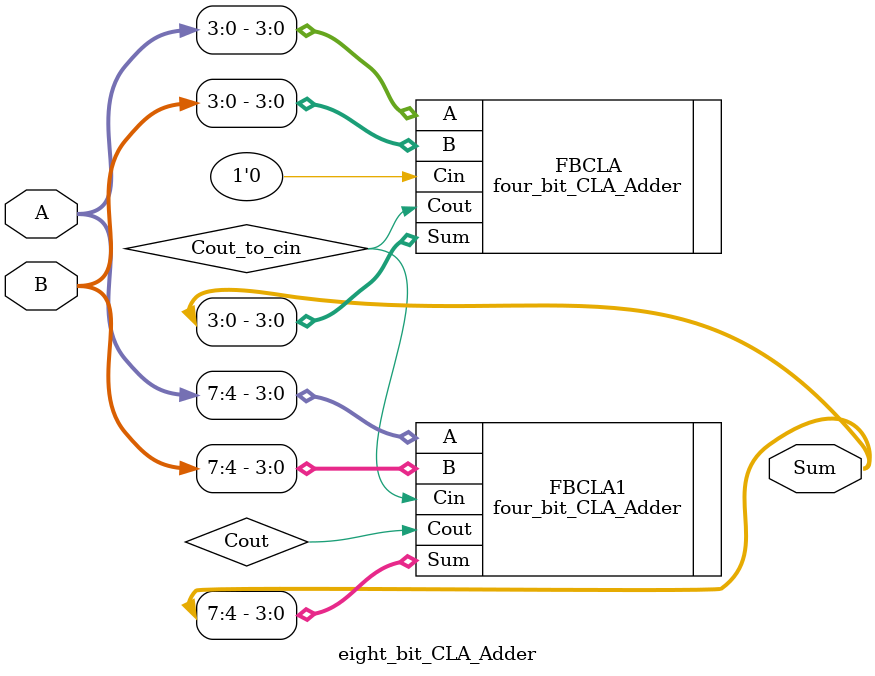
<source format=v>
`timescale 1ns / 1ps


module eight_bit_CLA_Adder(A, B, Sum);

    input wire [7:0]A, B;
    output wire [7:0] Sum;
     
    wire Cout;
    wire Cout_to_cin;
    
    
    four_bit_CLA_Adder FBCLA (
        .A      (A[3:0]),
        .B      (B[3:0]),
        .Cin    (1'b0),
        .Cout   (Cout_to_cin),
        .Sum    (Sum[3:0])
        );
        
    four_bit_CLA_Adder FBCLA1 (
        .A      (A[7:4]),
        .B      (B[7:4]),
        .Cin    (Cout_to_cin),
        .Cout   (Cout),
        .Sum    (Sum[7:4])
        );
        
endmodule

</source>
